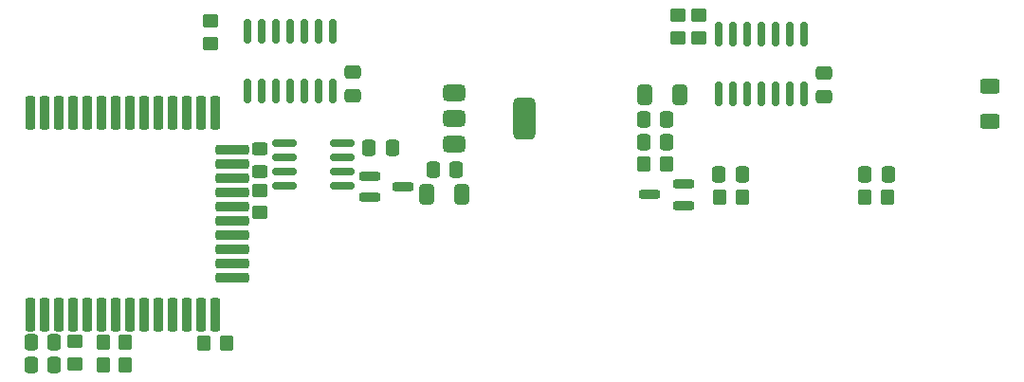
<source format=gbr>
%TF.GenerationSoftware,KiCad,Pcbnew,8.0.4*%
%TF.CreationDate,2024-11-13T17:28:34+01:00*%
%TF.ProjectId,esp32_octal_wled,65737033-325f-46f6-9374-616c5f776c65,rev?*%
%TF.SameCoordinates,Original*%
%TF.FileFunction,Paste,Top*%
%TF.FilePolarity,Positive*%
%FSLAX46Y46*%
G04 Gerber Fmt 4.6, Leading zero omitted, Abs format (unit mm)*
G04 Created by KiCad (PCBNEW 8.0.4) date 2024-11-13 17:28:34*
%MOMM*%
%LPD*%
G01*
G04 APERTURE LIST*
G04 Aperture macros list*
%AMRoundRect*
0 Rectangle with rounded corners*
0 $1 Rounding radius*
0 $2 $3 $4 $5 $6 $7 $8 $9 X,Y pos of 4 corners*
0 Add a 4 corners polygon primitive as box body*
4,1,4,$2,$3,$4,$5,$6,$7,$8,$9,$2,$3,0*
0 Add four circle primitives for the rounded corners*
1,1,$1+$1,$2,$3*
1,1,$1+$1,$4,$5*
1,1,$1+$1,$6,$7*
1,1,$1+$1,$8,$9*
0 Add four rect primitives between the rounded corners*
20,1,$1+$1,$2,$3,$4,$5,0*
20,1,$1+$1,$4,$5,$6,$7,0*
20,1,$1+$1,$6,$7,$8,$9,0*
20,1,$1+$1,$8,$9,$2,$3,0*%
G04 Aperture macros list end*
%ADD10RoundRect,0.150000X-0.150000X0.950000X-0.150000X-0.950000X0.150000X-0.950000X0.150000X0.950000X0*%
%ADD11RoundRect,0.250000X-0.337500X-0.475000X0.337500X-0.475000X0.337500X0.475000X-0.337500X0.475000X0*%
%ADD12RoundRect,0.250000X0.350000X0.450000X-0.350000X0.450000X-0.350000X-0.450000X0.350000X-0.450000X0*%
%ADD13RoundRect,0.200000X-0.750000X-0.200000X0.750000X-0.200000X0.750000X0.200000X-0.750000X0.200000X0*%
%ADD14RoundRect,0.225000X0.225000X-1.275000X0.225000X1.275000X-0.225000X1.275000X-0.225000X-1.275000X0*%
%ADD15RoundRect,0.225000X1.275000X0.225000X-1.275000X0.225000X-1.275000X-0.225000X1.275000X-0.225000X0*%
%ADD16RoundRect,0.225000X-0.225000X1.275000X-0.225000X-1.275000X0.225000X-1.275000X0.225000X1.275000X0*%
%ADD17RoundRect,0.250000X0.337500X0.475000X-0.337500X0.475000X-0.337500X-0.475000X0.337500X-0.475000X0*%
%ADD18RoundRect,0.250000X0.450000X-0.350000X0.450000X0.350000X-0.450000X0.350000X-0.450000X-0.350000X0*%
%ADD19RoundRect,0.250000X-0.412500X-0.650000X0.412500X-0.650000X0.412500X0.650000X-0.412500X0.650000X0*%
%ADD20RoundRect,0.250000X-0.350000X-0.450000X0.350000X-0.450000X0.350000X0.450000X-0.350000X0.450000X0*%
%ADD21RoundRect,0.250000X0.412500X0.650000X-0.412500X0.650000X-0.412500X-0.650000X0.412500X-0.650000X0*%
%ADD22RoundRect,0.250000X0.625000X-0.400000X0.625000X0.400000X-0.625000X0.400000X-0.625000X-0.400000X0*%
%ADD23RoundRect,0.250000X0.475000X-0.337500X0.475000X0.337500X-0.475000X0.337500X-0.475000X-0.337500X0*%
%ADD24RoundRect,0.200000X0.750000X0.200000X-0.750000X0.200000X-0.750000X-0.200000X0.750000X-0.200000X0*%
%ADD25RoundRect,0.375000X-0.625000X-0.375000X0.625000X-0.375000X0.625000X0.375000X-0.625000X0.375000X0*%
%ADD26RoundRect,0.500000X-0.500000X-1.400000X0.500000X-1.400000X0.500000X1.400000X-0.500000X1.400000X0*%
%ADD27RoundRect,0.250000X-0.450000X0.350000X-0.450000X-0.350000X0.450000X-0.350000X0.450000X0.350000X0*%
%ADD28RoundRect,0.150000X-0.950000X-0.150000X0.950000X-0.150000X0.950000X0.150000X-0.950000X0.150000X0*%
%ADD29RoundRect,0.250000X0.450000X-0.325000X0.450000X0.325000X-0.450000X0.325000X-0.450000X-0.325000X0*%
G04 APERTURE END LIST*
D10*
%TO.C,U3*%
X78310000Y-57125000D03*
X77040000Y-57125000D03*
X75770000Y-57125000D03*
X74500000Y-57125000D03*
X73230000Y-57125000D03*
X71960000Y-57125000D03*
X70690000Y-57125000D03*
X70690000Y-62475000D03*
X71960000Y-62475000D03*
X73230000Y-62475000D03*
X74500000Y-62475000D03*
X75770000Y-62475000D03*
X77040000Y-62475000D03*
X78310000Y-62475000D03*
%TD*%
D11*
%TO.C,C4*%
X106062500Y-65000000D03*
X108137500Y-65000000D03*
%TD*%
%TO.C,C3*%
X106062500Y-67000000D03*
X108137500Y-67000000D03*
%TD*%
D12*
%TO.C,R8*%
X127850000Y-71900000D03*
X125850000Y-71900000D03*
%TD*%
D11*
%TO.C,C9*%
X112812500Y-69900000D03*
X114887500Y-69900000D03*
%TD*%
D13*
%TO.C,D1*%
X81600000Y-70050000D03*
X81600000Y-71950000D03*
X84600000Y-71000000D03*
%TD*%
D14*
%TO.C,U2*%
X51300000Y-82400000D03*
X52570000Y-82400000D03*
X53840000Y-82400000D03*
X55110000Y-82400000D03*
X56380000Y-82400000D03*
X57650000Y-82400000D03*
X58920000Y-82400000D03*
X60190000Y-82400000D03*
X61460000Y-82400000D03*
X62730000Y-82400000D03*
X64000000Y-82400000D03*
X65270000Y-82400000D03*
X66540000Y-82400000D03*
X67810000Y-82400000D03*
D15*
X69310000Y-79115000D03*
X69310000Y-77845000D03*
X69310000Y-76575000D03*
X69310000Y-75305000D03*
X69310000Y-74035000D03*
X69310000Y-72765000D03*
X69310000Y-71495000D03*
X69310000Y-70225000D03*
X69310000Y-68955000D03*
X69310000Y-67685000D03*
D16*
X67810000Y-64400000D03*
X66540000Y-64400000D03*
X65270000Y-64400000D03*
X64000000Y-64400000D03*
X62730000Y-64400000D03*
X61460000Y-64400000D03*
X60190000Y-64400000D03*
X58920000Y-64400000D03*
X57650000Y-64400000D03*
X56380000Y-64400000D03*
X55110000Y-64400000D03*
X53840000Y-64400000D03*
X52570000Y-64400000D03*
X51300000Y-64400000D03*
%TD*%
D12*
%TO.C,R12*%
X114900000Y-71900000D03*
X112900000Y-71900000D03*
%TD*%
D17*
%TO.C,C7*%
X53437500Y-86900000D03*
X51362500Y-86900000D03*
%TD*%
D12*
%TO.C,R2*%
X59800000Y-84900000D03*
X57800000Y-84900000D03*
%TD*%
D18*
%TO.C,R5*%
X109100000Y-57700000D03*
X109100000Y-55700000D03*
%TD*%
D17*
%TO.C,C2*%
X89337500Y-69500000D03*
X87262500Y-69500000D03*
%TD*%
D19*
%TO.C,C5*%
X106137500Y-62800000D03*
X109262500Y-62800000D03*
%TD*%
D11*
%TO.C,C12*%
X81562500Y-67500000D03*
X83637500Y-67500000D03*
%TD*%
D18*
%TO.C,R9*%
X71800000Y-73300000D03*
X71800000Y-71300000D03*
%TD*%
D20*
%TO.C,R13*%
X106100000Y-69000000D03*
X108100000Y-69000000D03*
%TD*%
%TO.C,R4*%
X66800000Y-85000000D03*
X68800000Y-85000000D03*
%TD*%
%TO.C,R3*%
X57800000Y-86900000D03*
X59800000Y-86900000D03*
%TD*%
D21*
%TO.C,C1*%
X89862500Y-71700000D03*
X86737500Y-71700000D03*
%TD*%
D22*
%TO.C,R1*%
X137000000Y-65150000D03*
X137000000Y-62050000D03*
%TD*%
D23*
%TO.C,C10*%
X122200000Y-62937500D03*
X122200000Y-60862500D03*
%TD*%
D24*
%TO.C,Q2*%
X109600000Y-72650000D03*
X109600000Y-70750000D03*
X106600000Y-71700000D03*
%TD*%
D25*
%TO.C,U1*%
X89150000Y-62600000D03*
X89150000Y-64900000D03*
D26*
X95450000Y-64900000D03*
D25*
X89150000Y-67200000D03*
%TD*%
D18*
%TO.C,R11*%
X67400000Y-58200000D03*
X67400000Y-56200000D03*
%TD*%
D27*
%TO.C,R7*%
X55300000Y-84800000D03*
X55300000Y-86800000D03*
%TD*%
D11*
%TO.C,C8*%
X125812500Y-69900000D03*
X127887500Y-69900000D03*
%TD*%
D28*
%TO.C,U5*%
X74000000Y-67095000D03*
X74000000Y-68365000D03*
X74000000Y-69635000D03*
X74000000Y-70905000D03*
X79200000Y-70905000D03*
X79200000Y-69635000D03*
X79200000Y-68365000D03*
X79200000Y-67095000D03*
%TD*%
D10*
%TO.C,U4*%
X120410000Y-57325000D03*
X119140000Y-57325000D03*
X117870000Y-57325000D03*
X116600000Y-57325000D03*
X115330000Y-57325000D03*
X114060000Y-57325000D03*
X112790000Y-57325000D03*
X112790000Y-62675000D03*
X114060000Y-62675000D03*
X115330000Y-62675000D03*
X116600000Y-62675000D03*
X117870000Y-62675000D03*
X119140000Y-62675000D03*
X120410000Y-62675000D03*
%TD*%
D23*
%TO.C,C11*%
X80100000Y-62837500D03*
X80100000Y-60762500D03*
%TD*%
D17*
%TO.C,C6*%
X53437500Y-84900000D03*
X51362500Y-84900000D03*
%TD*%
D29*
%TO.C,D2*%
X71800000Y-69625000D03*
X71800000Y-67575000D03*
%TD*%
D18*
%TO.C,R6*%
X111000000Y-57700000D03*
X111000000Y-55700000D03*
%TD*%
M02*

</source>
